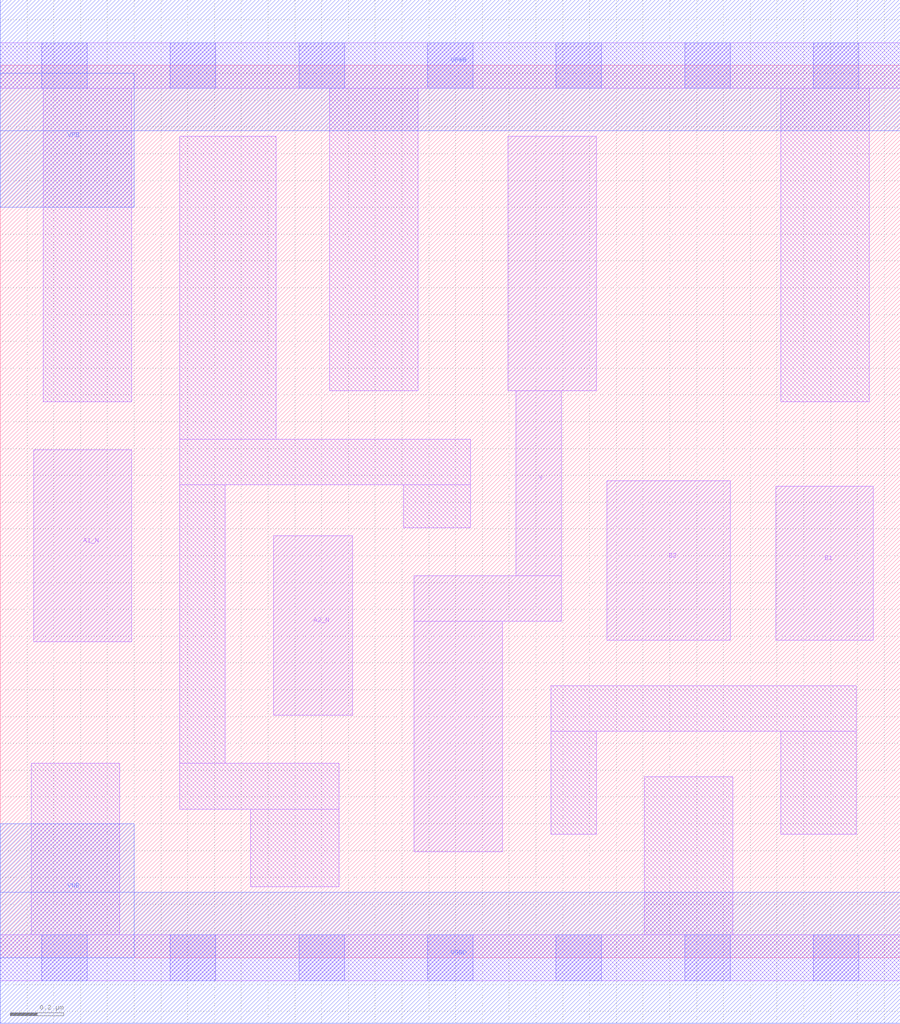
<source format=lef>
# Copyright 2020 The SkyWater PDK Authors
#
# Licensed under the Apache License, Version 2.0 (the "License");
# you may not use this file except in compliance with the License.
# You may obtain a copy of the License at
#
#     https://www.apache.org/licenses/LICENSE-2.0
#
# Unless required by applicable law or agreed to in writing, software
# distributed under the License is distributed on an "AS IS" BASIS,
# WITHOUT WARRANTIES OR CONDITIONS OF ANY KIND, either express or implied.
# See the License for the specific language governing permissions and
# limitations under the License.
#
# SPDX-License-Identifier: Apache-2.0

VERSION 5.5 ;
NAMESCASESENSITIVE ON ;
BUSBITCHARS "[]" ;
DIVIDERCHAR "/" ;
MACRO sky130_fd_sc_lp__o2bb2ai_lp
  CLASS CORE ;
  SOURCE USER ;
  ORIGIN  0.000000  0.000000 ;
  SIZE  3.360000 BY  3.330000 ;
  SYMMETRY X Y R90 ;
  SITE unit ;
  PIN A1_N
    ANTENNAGATEAREA  0.313000 ;
    DIRECTION INPUT ;
    USE SIGNAL ;
    PORT
      LAYER li1 ;
        RECT 0.125000 1.180000 0.490000 1.895000 ;
    END
  END A1_N
  PIN A2_N
    ANTENNAGATEAREA  0.313000 ;
    DIRECTION INPUT ;
    USE SIGNAL ;
    PORT
      LAYER li1 ;
        RECT 1.020000 0.905000 1.315000 1.575000 ;
    END
  END A2_N
  PIN B1
    ANTENNAGATEAREA  0.313000 ;
    DIRECTION INPUT ;
    USE SIGNAL ;
    PORT
      LAYER li1 ;
        RECT 2.895000 1.185000 3.260000 1.760000 ;
    END
  END B1
  PIN B2
    ANTENNAGATEAREA  0.313000 ;
    DIRECTION INPUT ;
    USE SIGNAL ;
    PORT
      LAYER li1 ;
        RECT 2.265000 1.185000 2.725000 1.780000 ;
    END
  END B2
  PIN Y
    ANTENNADIFFAREA  0.399700 ;
    DIRECTION OUTPUT ;
    USE SIGNAL ;
    PORT
      LAYER li1 ;
        RECT 1.545000 0.395000 1.875000 1.255000 ;
        RECT 1.545000 1.255000 2.095000 1.425000 ;
        RECT 1.895000 2.115000 2.225000 3.065000 ;
        RECT 1.925000 1.425000 2.095000 2.115000 ;
    END
  END Y
  PIN VGND
    DIRECTION INOUT ;
    USE GROUND ;
    PORT
      LAYER met1 ;
        RECT 0.000000 -0.245000 3.360000 0.245000 ;
    END
  END VGND
  PIN VNB
    DIRECTION INOUT ;
    USE GROUND ;
    PORT
      LAYER met1 ;
        RECT 0.000000 0.000000 0.500000 0.500000 ;
    END
  END VNB
  PIN VPB
    DIRECTION INOUT ;
    USE POWER ;
    PORT
      LAYER met1 ;
        RECT 0.000000 2.800000 0.500000 3.300000 ;
    END
  END VPB
  PIN VPWR
    DIRECTION INOUT ;
    USE POWER ;
    PORT
      LAYER met1 ;
        RECT 0.000000 3.085000 3.360000 3.575000 ;
    END
  END VPWR
  OBS
    LAYER li1 ;
      RECT 0.000000 -0.085000 3.360000 0.085000 ;
      RECT 0.000000  3.245000 3.360000 3.415000 ;
      RECT 0.115000  0.085000 0.445000 0.725000 ;
      RECT 0.160000  2.075000 0.490000 3.245000 ;
      RECT 0.670000  0.555000 1.265000 0.725000 ;
      RECT 0.670000  0.725000 0.840000 1.765000 ;
      RECT 0.670000  1.765000 1.755000 1.935000 ;
      RECT 0.670000  1.935000 1.030000 3.065000 ;
      RECT 0.935000  0.265000 1.265000 0.555000 ;
      RECT 1.230000  2.115000 1.560000 3.245000 ;
      RECT 1.505000  1.605000 1.755000 1.765000 ;
      RECT 2.055000  0.460000 2.225000 0.845000 ;
      RECT 2.055000  0.845000 3.195000 1.015000 ;
      RECT 2.405000  0.085000 2.735000 0.675000 ;
      RECT 2.915000  0.460000 3.195000 0.845000 ;
      RECT 2.915000  2.075000 3.245000 3.245000 ;
    LAYER mcon ;
      RECT 0.155000 -0.085000 0.325000 0.085000 ;
      RECT 0.155000  3.245000 0.325000 3.415000 ;
      RECT 0.635000 -0.085000 0.805000 0.085000 ;
      RECT 0.635000  3.245000 0.805000 3.415000 ;
      RECT 1.115000 -0.085000 1.285000 0.085000 ;
      RECT 1.115000  3.245000 1.285000 3.415000 ;
      RECT 1.595000 -0.085000 1.765000 0.085000 ;
      RECT 1.595000  3.245000 1.765000 3.415000 ;
      RECT 2.075000 -0.085000 2.245000 0.085000 ;
      RECT 2.075000  3.245000 2.245000 3.415000 ;
      RECT 2.555000 -0.085000 2.725000 0.085000 ;
      RECT 2.555000  3.245000 2.725000 3.415000 ;
      RECT 3.035000 -0.085000 3.205000 0.085000 ;
      RECT 3.035000  3.245000 3.205000 3.415000 ;
  END
END sky130_fd_sc_lp__o2bb2ai_lp
END LIBRARY

</source>
